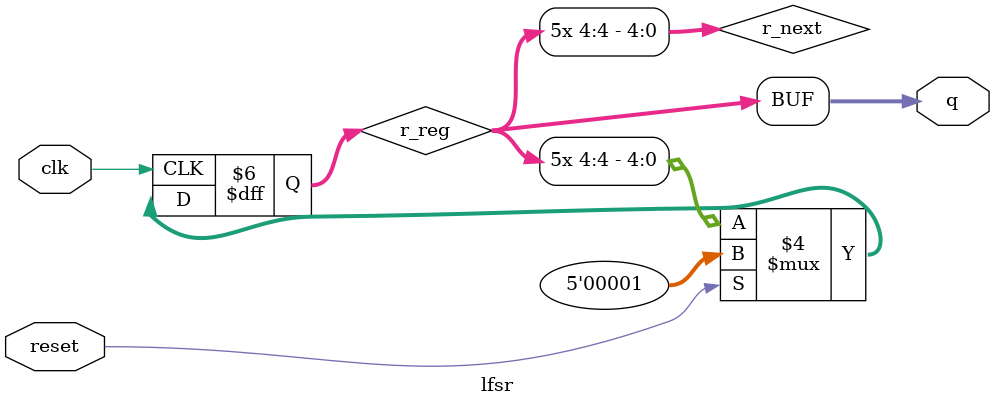
<source format=v>
module lfsr( 
    input clk,
    input reset,
    output [4:0] q
); 
reg [4:0] r_reg;
wire [4:0] r_next;
wire feedback_value;
// on reset set the value of r_reg to 1
// otherwise assign r_next to r_reg
// assign the xor of bit positions 2 and 4 of r_reg to feedback_value
// assign feedback concatenated with 4 most significant bits of r_reg to r_next
// assign r_reg to the output q
assign q = r_reg;
always @(posedge clk) begin
	if (reset) begin
	r_reg <= 5'b1;
	end
	else begin
	r_reg <= r_next;
	end
end
// define the feedback logic
assign feedback_value = r_reg[2] ^ r_reg[4];
// define the next state logic
assign r_next = {r_reg[4], r_reg[4], r_reg[4], r_reg[4], r_reg[4], r_reg[4], r_reg[4], r_reg[4], r_reg[4], r_reg[4]};
// concatenate the feedback_value with the r_reg
// and assign the result to r_next
endmodule

</source>
